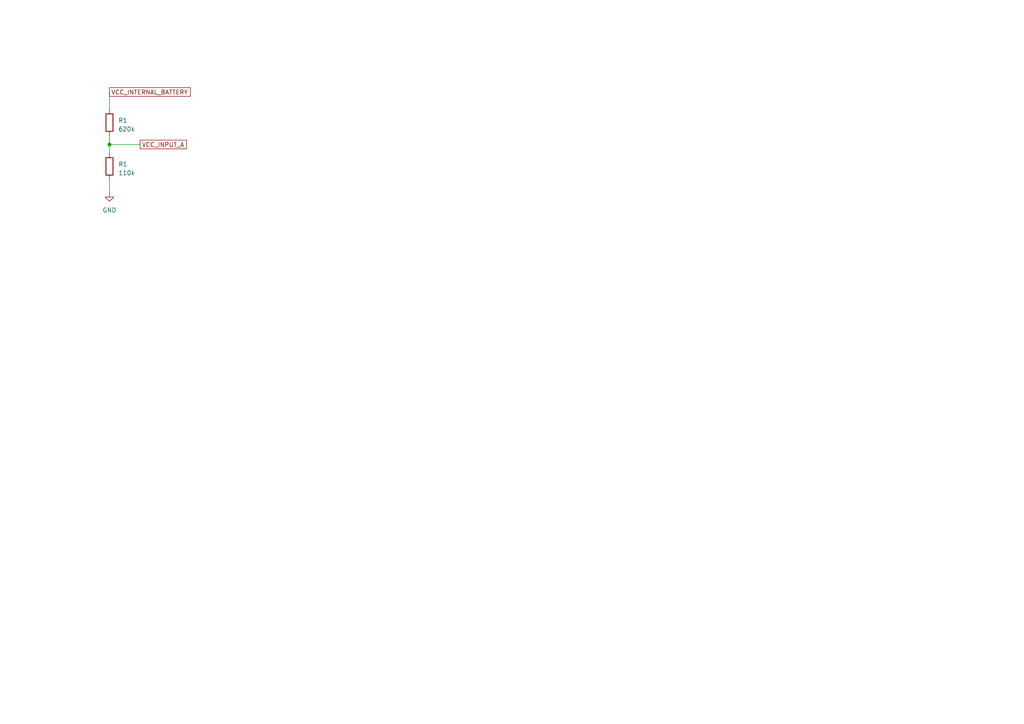
<source format=kicad_sch>
(kicad_sch (version 20230121) (generator eeschema)
  (paper "A4")
  (lib_symbols
    (symbol "Device:R" (pin_numbers hide) (pin_names (offset 0))
      (property "Reference" "R" (at 2.032 0 90))
      (property "Value" "R" (at 0 0 90))
      (symbol "R_0_1"
        (rectangle (start -1.016 -2.54) (end 1.016 2.54) (stroke (width 0.254)))
      )
      (symbol "R_1_1"
        (pin passive line (at 0 3.81 270) (length 1.27) (name "~") (number "1"))
        (pin passive line (at 0 -3.81 90) (length 1.27) (name "~") (number "2"))
      )
    )
    (symbol "power:GND" (power) (pin_names (offset 0))
      (property "Value" "GND" (at 0 -3.81 0))
      (symbol "GND_0_1"
        (polyline (pts (xy 0 0) (xy 0 -1.27) (xy 1.27 -1.27) (xy 0 -2.54) (xy -1.27 -1.27) (xy 0 -1.27)))
      )
      (symbol "GND_1_1"
        (pin power_in line (at 0 0 270) (length 0) hide (name "GND") (number "1"))
      )
    )
  )
  (junction (at 31.75 41.91))
  (wire (pts (xy 31.75 26.67) (xy 31.75 31.75)))
  (wire (pts (xy 31.75 39.37) (xy 31.75 41.91)))
  (wire (pts (xy 31.75 41.91) (xy 31.75 44.45)))
  (wire (pts (xy 31.75 52.07) (xy 31.75 55.88)))
  (wire (pts (xy 31.75 41.91) (xy 40.64 41.91)))
  (global_label "VCC_INTERNAL_BATTERY" (shape passive) (at 31.75 26.67 0) (property "Intersheetrefs" "${INTERSHEET_REFS}" (effects hide)))
  (global_label "VCC_INPUT_A" (shape passive) (at 40.64 41.91 0) (property "Intersheetrefs" "${INTERSHEET_REFS}" (effects hide)))
  (symbol (lib_id "power:GND") (at 31.75 55.88 0) (unit 1)
    (property "Reference" "#PWR02" (effects hide))
    (property "Value" "GND" (at 31.75 60.96 0))
    (instances (project "motor_tracker" (path "" (reference "#PWR02") (unit 1)) (path "" (reference "#PWR025") (unit 1)) (path "" (reference "#PWR027") (unit 1))))
  )
  (symbol (lib_id "Device:R") (at 31.75 48.26 180) (unit 1)
    (property "Reference" "R1" (at 34.29 47.625 0) (effects (justify right)))
    (property "Value" "110k" (at 34.29 50.165 0) (effects (justify right)))
    (property "Footprint" "Resistor_SMD:R_0603_1608Metric_Pad0.98x0.95mm_HandSolder" (effects hide))
    (instances (project "motor_tracker" (path "" (reference "R1") (unit 1)) (path "" (reference "R13") (unit 1)) (path "" (reference "R17") (unit 1))))
  )
  (symbol (lib_id "Device:R") (at 31.75 35.56 180) (unit 1)
    (property "Reference" "R1" (at 34.29 34.925 0) (effects (justify right)))
    (property "Value" "620k" (at 34.29 37.465 0) (effects (justify right)))
    (property "Footprint" "Resistor_SMD:R_0603_1608Metric_Pad0.98x0.95mm_HandSolder" (effects hide))
    (instances (project "motor_tracker" (path "" (reference "R1") (unit 1)) (path "" (reference "R14") (unit 1)) (path "" (reference "R16") (unit 1))))
  )
)
</source>
